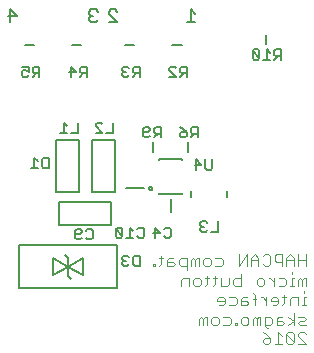
<source format=gbo>
G75*
%MOIN*%
%OFA0B0*%
%FSLAX25Y25*%
%IPPOS*%
%LPD*%
%AMOC8*
5,1,8,0,0,1.08239X$1,22.5*
%
%ADD10C,0.00400*%
%ADD11C,0.00600*%
%ADD12C,0.00800*%
%ADD13C,0.00500*%
%ADD14C,0.00787*%
D10*
X0070842Y0051456D02*
X0071497Y0051456D01*
X0071497Y0052112D01*
X0070842Y0052112D01*
X0070842Y0051456D01*
X0072844Y0051456D02*
X0073500Y0052112D01*
X0073500Y0054734D01*
X0074156Y0054079D02*
X0072844Y0054079D01*
X0075521Y0053423D02*
X0075521Y0051456D01*
X0077488Y0051456D01*
X0078143Y0052112D01*
X0077488Y0052767D01*
X0075521Y0052767D01*
X0075521Y0053423D02*
X0076176Y0054079D01*
X0077488Y0054079D01*
X0079508Y0053423D02*
X0079508Y0052112D01*
X0080164Y0051456D01*
X0082131Y0051456D01*
X0082131Y0050145D02*
X0082131Y0054079D01*
X0080164Y0054079D01*
X0079508Y0053423D01*
X0083496Y0053423D02*
X0083496Y0051456D01*
X0084807Y0051456D02*
X0084807Y0053423D01*
X0084152Y0054079D01*
X0083496Y0053423D01*
X0084807Y0053423D02*
X0085463Y0054079D01*
X0086119Y0054079D01*
X0086119Y0051456D01*
X0087484Y0052112D02*
X0087484Y0053423D01*
X0088139Y0054079D01*
X0089451Y0054079D01*
X0090106Y0053423D01*
X0090106Y0052112D01*
X0089451Y0051456D01*
X0088139Y0051456D01*
X0087484Y0052112D01*
X0088786Y0048238D02*
X0088786Y0045616D01*
X0088130Y0044960D01*
X0086783Y0045616D02*
X0086783Y0046927D01*
X0086128Y0047583D01*
X0084816Y0047583D01*
X0084161Y0046927D01*
X0084161Y0045616D01*
X0084816Y0044960D01*
X0086128Y0044960D01*
X0086783Y0045616D01*
X0088130Y0047583D02*
X0089442Y0047583D01*
X0090789Y0047583D02*
X0092100Y0047583D01*
X0091444Y0048238D02*
X0091444Y0045616D01*
X0090789Y0044960D01*
X0093465Y0044960D02*
X0093465Y0047583D01*
X0093465Y0044960D02*
X0095432Y0044960D01*
X0096088Y0045616D01*
X0096088Y0047583D01*
X0097453Y0046927D02*
X0097453Y0045616D01*
X0098108Y0044960D01*
X0100075Y0044960D01*
X0100075Y0048894D01*
X0100075Y0047583D02*
X0098108Y0047583D01*
X0097453Y0046927D01*
X0099447Y0051456D02*
X0099447Y0055390D01*
X0102069Y0055390D02*
X0099447Y0051456D01*
X0102069Y0051456D02*
X0102069Y0055390D01*
X0103434Y0054079D02*
X0103434Y0051456D01*
X0106057Y0051456D02*
X0106057Y0054079D01*
X0104746Y0055390D01*
X0103434Y0054079D01*
X0103434Y0053423D02*
X0106057Y0053423D01*
X0107422Y0054734D02*
X0108078Y0055390D01*
X0109389Y0055390D01*
X0110045Y0054734D01*
X0110045Y0052112D01*
X0109389Y0051456D01*
X0108078Y0051456D01*
X0107422Y0052112D01*
X0111410Y0053423D02*
X0112065Y0052767D01*
X0114032Y0052767D01*
X0114032Y0051456D02*
X0114032Y0055390D01*
X0112065Y0055390D01*
X0111410Y0054734D01*
X0111410Y0053423D01*
X0115397Y0053423D02*
X0118020Y0053423D01*
X0118020Y0054079D02*
X0116709Y0055390D01*
X0115397Y0054079D01*
X0115397Y0051456D01*
X0118020Y0051456D02*
X0118020Y0054079D01*
X0119385Y0053423D02*
X0122008Y0053423D01*
X0122008Y0051456D02*
X0122008Y0055390D01*
X0119385Y0055390D02*
X0119385Y0051456D01*
X0117364Y0049550D02*
X0117364Y0048894D01*
X0117364Y0047583D02*
X0117364Y0044960D01*
X0116709Y0044960D02*
X0118020Y0044960D01*
X0119385Y0044960D02*
X0119385Y0046927D01*
X0120041Y0047583D01*
X0120696Y0046927D01*
X0120696Y0044960D01*
X0122008Y0044960D02*
X0122008Y0047583D01*
X0121352Y0047583D01*
X0120696Y0046927D01*
X0118020Y0047583D02*
X0117364Y0047583D01*
X0115361Y0046927D02*
X0115361Y0045616D01*
X0114706Y0044960D01*
X0112739Y0044960D01*
X0111374Y0044960D02*
X0111374Y0047583D01*
X0111374Y0046271D02*
X0110062Y0047583D01*
X0109407Y0047583D01*
X0108051Y0046927D02*
X0108051Y0045616D01*
X0107395Y0044960D01*
X0106084Y0044960D01*
X0105428Y0045616D01*
X0105428Y0046927D01*
X0106084Y0047583D01*
X0107395Y0047583D01*
X0108051Y0046927D01*
X0112739Y0047583D02*
X0114706Y0047583D01*
X0115361Y0046927D01*
X0114706Y0041742D02*
X0114706Y0039119D01*
X0114050Y0038464D01*
X0112703Y0039119D02*
X0112703Y0040431D01*
X0112047Y0041086D01*
X0110736Y0041086D01*
X0110080Y0040431D01*
X0110080Y0039775D01*
X0112703Y0039775D01*
X0112703Y0039119D02*
X0112047Y0038464D01*
X0110736Y0038464D01*
X0108715Y0038464D02*
X0108715Y0041086D01*
X0108715Y0039775D02*
X0107404Y0041086D01*
X0106748Y0041086D01*
X0105392Y0040431D02*
X0104081Y0040431D01*
X0104737Y0041742D02*
X0104081Y0042398D01*
X0104737Y0041742D02*
X0104737Y0038464D01*
X0102734Y0039119D02*
X0102078Y0039775D01*
X0100111Y0039775D01*
X0100111Y0040431D02*
X0100111Y0038464D01*
X0102078Y0038464D01*
X0102734Y0039119D01*
X0102078Y0041086D02*
X0100767Y0041086D01*
X0100111Y0040431D01*
X0098746Y0040431D02*
X0098746Y0039119D01*
X0098091Y0038464D01*
X0096124Y0038464D01*
X0094759Y0039119D02*
X0094759Y0040431D01*
X0094103Y0041086D01*
X0092792Y0041086D01*
X0092136Y0040431D01*
X0092136Y0039775D01*
X0094759Y0039775D01*
X0094759Y0039119D02*
X0094103Y0038464D01*
X0092792Y0038464D01*
X0096124Y0041086D02*
X0098091Y0041086D01*
X0098746Y0040431D01*
X0100767Y0034590D02*
X0102078Y0034590D01*
X0102734Y0033935D01*
X0102734Y0032623D01*
X0102078Y0031968D01*
X0100767Y0031968D01*
X0100111Y0032623D01*
X0100111Y0033935D01*
X0100767Y0034590D01*
X0098746Y0032623D02*
X0098091Y0032623D01*
X0098091Y0031968D01*
X0098746Y0031968D01*
X0098746Y0032623D01*
X0096752Y0032623D02*
X0096097Y0031968D01*
X0094130Y0031968D01*
X0092765Y0032623D02*
X0092765Y0033935D01*
X0092109Y0034590D01*
X0090798Y0034590D01*
X0090142Y0033935D01*
X0090142Y0032623D01*
X0090798Y0031968D01*
X0092109Y0031968D01*
X0092765Y0032623D01*
X0094130Y0034590D02*
X0096097Y0034590D01*
X0096752Y0033935D01*
X0096752Y0032623D01*
X0104099Y0031968D02*
X0104099Y0033935D01*
X0104755Y0034590D01*
X0105410Y0033935D01*
X0105410Y0031968D01*
X0106722Y0031968D02*
X0106722Y0034590D01*
X0106066Y0034590D01*
X0105410Y0033935D01*
X0108087Y0034590D02*
X0108087Y0031312D01*
X0108742Y0030656D01*
X0109398Y0030656D01*
X0110054Y0031968D02*
X0108087Y0031968D01*
X0110054Y0031968D02*
X0110709Y0032623D01*
X0110709Y0033935D01*
X0110054Y0034590D01*
X0108087Y0034590D01*
X0112074Y0033935D02*
X0112074Y0031968D01*
X0114041Y0031968D01*
X0114697Y0032623D01*
X0114041Y0033279D01*
X0112074Y0033279D01*
X0112074Y0033935D02*
X0112730Y0034590D01*
X0114041Y0034590D01*
X0116053Y0034590D02*
X0118020Y0033279D01*
X0116053Y0031968D01*
X0118020Y0031968D02*
X0118020Y0035902D01*
X0119385Y0034590D02*
X0121352Y0034590D01*
X0122008Y0033935D01*
X0121352Y0033279D01*
X0120041Y0033279D01*
X0119385Y0032623D01*
X0120041Y0031968D01*
X0122008Y0031968D01*
X0121352Y0029406D02*
X0122008Y0028750D01*
X0121352Y0029406D02*
X0120041Y0029406D01*
X0119385Y0028750D01*
X0119385Y0028094D01*
X0122008Y0025472D01*
X0119385Y0025472D01*
X0118020Y0026127D02*
X0115397Y0028750D01*
X0115397Y0026127D01*
X0116053Y0025472D01*
X0117364Y0025472D01*
X0118020Y0026127D01*
X0118020Y0028750D01*
X0117364Y0029406D01*
X0116053Y0029406D01*
X0115397Y0028750D01*
X0114032Y0028094D02*
X0112721Y0029406D01*
X0112721Y0025472D01*
X0114032Y0025472D02*
X0111410Y0025472D01*
X0110045Y0026127D02*
X0110045Y0027439D01*
X0108078Y0027439D01*
X0107422Y0026783D01*
X0107422Y0026127D01*
X0108078Y0025472D01*
X0109389Y0025472D01*
X0110045Y0026127D01*
X0110045Y0027439D02*
X0108733Y0028750D01*
X0107422Y0029406D01*
X0116726Y0038464D02*
X0116726Y0040431D01*
X0117382Y0041086D01*
X0119349Y0041086D01*
X0119349Y0038464D01*
X0120696Y0038464D02*
X0122008Y0038464D01*
X0121352Y0038464D02*
X0121352Y0041086D01*
X0122008Y0041086D01*
X0121352Y0042398D02*
X0121352Y0043054D01*
X0115361Y0041086D02*
X0114050Y0041086D01*
X0094094Y0052112D02*
X0093438Y0051456D01*
X0091471Y0051456D01*
X0091471Y0054079D02*
X0093438Y0054079D01*
X0094094Y0053423D01*
X0094094Y0052112D01*
X0082796Y0047583D02*
X0082796Y0044960D01*
X0082796Y0047583D02*
X0080829Y0047583D01*
X0080173Y0046927D01*
X0080173Y0044960D01*
X0086810Y0034590D02*
X0086154Y0033935D01*
X0086154Y0031968D01*
X0087466Y0031968D02*
X0087466Y0033935D01*
X0086810Y0034590D01*
X0087466Y0033935D02*
X0088121Y0034590D01*
X0088777Y0034590D01*
X0088777Y0031968D01*
D11*
X0084919Y0132855D02*
X0082167Y0132855D01*
X0083543Y0132855D02*
X0083543Y0136983D01*
X0084919Y0135607D01*
X0058915Y0136295D02*
X0058227Y0136983D01*
X0056851Y0136983D01*
X0056163Y0136295D01*
X0056163Y0135607D01*
X0058915Y0132855D01*
X0056163Y0132855D01*
X0052439Y0133543D02*
X0051751Y0132855D01*
X0050375Y0132855D01*
X0049687Y0133543D01*
X0049687Y0134231D01*
X0050375Y0134919D01*
X0051063Y0134919D01*
X0050375Y0134919D02*
X0049687Y0135607D01*
X0049687Y0136295D01*
X0050375Y0136983D01*
X0051751Y0136983D01*
X0052439Y0136295D01*
X0025451Y0134919D02*
X0022699Y0134919D01*
X0023387Y0132855D02*
X0023387Y0136983D01*
X0025451Y0134919D01*
D12*
X0026078Y0043972D02*
X0058889Y0043972D01*
X0058889Y0058539D01*
X0026078Y0058539D01*
X0026078Y0043972D01*
X0039727Y0065102D02*
X0039727Y0072843D01*
X0057050Y0072843D01*
X0057050Y0065102D01*
X0039727Y0065102D01*
X0038613Y0076059D02*
X0046353Y0076059D01*
X0046353Y0093382D01*
X0038613Y0093382D01*
X0038613Y0076059D01*
X0050424Y0076059D02*
X0058164Y0076059D01*
X0058164Y0093382D01*
X0050424Y0093382D01*
X0050424Y0076059D01*
D13*
X0050206Y0063804D02*
X0049060Y0063804D01*
X0048486Y0063231D01*
X0047154Y0063231D02*
X0047154Y0062657D01*
X0046581Y0062084D01*
X0044861Y0062084D01*
X0044861Y0060937D02*
X0044861Y0063231D01*
X0045434Y0063804D01*
X0046581Y0063804D01*
X0047154Y0063231D01*
X0047154Y0060937D02*
X0046581Y0060364D01*
X0045434Y0060364D01*
X0044861Y0060937D01*
X0048486Y0060937D02*
X0049060Y0060364D01*
X0050206Y0060364D01*
X0050780Y0060937D01*
X0050780Y0063231D01*
X0050206Y0063804D01*
X0058438Y0063664D02*
X0058438Y0061371D01*
X0059011Y0060797D01*
X0060158Y0060797D01*
X0060731Y0061371D01*
X0058438Y0063664D01*
X0059011Y0064237D01*
X0060158Y0064237D01*
X0060731Y0063664D01*
X0060731Y0061371D01*
X0062063Y0060797D02*
X0064356Y0060797D01*
X0063209Y0060797D02*
X0063209Y0064237D01*
X0064356Y0063091D01*
X0065688Y0063664D02*
X0066261Y0064237D01*
X0067408Y0064237D01*
X0067981Y0063664D01*
X0067981Y0061371D01*
X0067408Y0060797D01*
X0066261Y0060797D01*
X0065688Y0061371D01*
X0066528Y0054946D02*
X0064808Y0054946D01*
X0064234Y0054373D01*
X0064234Y0052079D01*
X0064808Y0051506D01*
X0066528Y0051506D01*
X0066528Y0054946D01*
X0062902Y0054373D02*
X0062329Y0054946D01*
X0061182Y0054946D01*
X0060609Y0054373D01*
X0060609Y0053799D01*
X0061182Y0053226D01*
X0060609Y0052653D01*
X0060609Y0052079D01*
X0061182Y0051506D01*
X0062329Y0051506D01*
X0062902Y0052079D01*
X0061756Y0053226D02*
X0061182Y0053226D01*
X0071494Y0060797D02*
X0071494Y0064237D01*
X0073214Y0062517D01*
X0070921Y0062517D01*
X0074546Y0061371D02*
X0075120Y0060797D01*
X0076266Y0060797D01*
X0076839Y0061371D01*
X0076839Y0063664D01*
X0076266Y0064237D01*
X0075120Y0064237D01*
X0074546Y0063664D01*
X0076775Y0069327D02*
X0076775Y0073657D01*
X0072838Y0075429D02*
X0080712Y0075429D01*
X0080712Y0075823D01*
X0072838Y0075823D02*
X0072838Y0075429D01*
X0069525Y0077398D02*
X0069527Y0077445D01*
X0069533Y0077491D01*
X0069542Y0077537D01*
X0069556Y0077581D01*
X0069573Y0077625D01*
X0069594Y0077666D01*
X0069618Y0077706D01*
X0069645Y0077744D01*
X0069676Y0077779D01*
X0069709Y0077812D01*
X0069745Y0077842D01*
X0069784Y0077868D01*
X0069824Y0077892D01*
X0069866Y0077911D01*
X0069910Y0077928D01*
X0069955Y0077940D01*
X0070001Y0077949D01*
X0070047Y0077954D01*
X0070094Y0077955D01*
X0070140Y0077952D01*
X0070186Y0077945D01*
X0070232Y0077934D01*
X0070276Y0077920D01*
X0070319Y0077902D01*
X0070360Y0077880D01*
X0070400Y0077855D01*
X0070437Y0077827D01*
X0070472Y0077796D01*
X0070504Y0077762D01*
X0070533Y0077725D01*
X0070558Y0077687D01*
X0070581Y0077646D01*
X0070600Y0077603D01*
X0070615Y0077559D01*
X0070627Y0077514D01*
X0070635Y0077468D01*
X0070639Y0077421D01*
X0070639Y0077375D01*
X0070635Y0077328D01*
X0070627Y0077282D01*
X0070615Y0077237D01*
X0070600Y0077193D01*
X0070581Y0077150D01*
X0070558Y0077109D01*
X0070533Y0077071D01*
X0070504Y0077034D01*
X0070472Y0077000D01*
X0070437Y0076969D01*
X0070400Y0076941D01*
X0070361Y0076916D01*
X0070319Y0076894D01*
X0070276Y0076876D01*
X0070232Y0076862D01*
X0070186Y0076851D01*
X0070140Y0076844D01*
X0070094Y0076841D01*
X0070047Y0076842D01*
X0070001Y0076847D01*
X0069955Y0076856D01*
X0069910Y0076868D01*
X0069866Y0076885D01*
X0069824Y0076904D01*
X0069784Y0076928D01*
X0069745Y0076954D01*
X0069709Y0076984D01*
X0069676Y0077017D01*
X0069645Y0077052D01*
X0069618Y0077090D01*
X0069594Y0077130D01*
X0069573Y0077171D01*
X0069556Y0077215D01*
X0069542Y0077259D01*
X0069533Y0077305D01*
X0069527Y0077351D01*
X0069525Y0077398D01*
X0067916Y0077398D02*
X0062011Y0077398D01*
X0072838Y0086846D02*
X0072838Y0087240D01*
X0080712Y0087240D01*
X0080712Y0086846D01*
X0082680Y0089602D02*
X0082680Y0092752D01*
X0083450Y0094380D02*
X0084597Y0095527D01*
X0084023Y0095527D02*
X0085743Y0095527D01*
X0085743Y0094380D02*
X0085743Y0097820D01*
X0084023Y0097820D01*
X0083450Y0097247D01*
X0083450Y0096100D01*
X0084023Y0095527D01*
X0082118Y0096100D02*
X0080398Y0096100D01*
X0079825Y0095527D01*
X0079825Y0094953D01*
X0080398Y0094380D01*
X0081545Y0094380D01*
X0082118Y0094953D01*
X0082118Y0096100D01*
X0080972Y0097247D01*
X0079825Y0097820D01*
X0073572Y0097820D02*
X0073572Y0094380D01*
X0073572Y0095527D02*
X0071852Y0095527D01*
X0071278Y0096100D01*
X0071278Y0097247D01*
X0071852Y0097820D01*
X0073572Y0097820D01*
X0072425Y0095527D02*
X0071278Y0094380D01*
X0069947Y0094953D02*
X0069373Y0094380D01*
X0068227Y0094380D01*
X0067653Y0094953D01*
X0067653Y0097247D01*
X0068227Y0097820D01*
X0069373Y0097820D01*
X0069947Y0097247D01*
X0069947Y0096673D01*
X0069373Y0096100D01*
X0067653Y0096100D01*
X0070869Y0092752D02*
X0070869Y0089602D01*
X0084746Y0085273D02*
X0087039Y0085273D01*
X0085319Y0086993D01*
X0085319Y0083553D01*
X0088371Y0084126D02*
X0088371Y0086993D01*
X0090665Y0086993D02*
X0090665Y0084126D01*
X0090091Y0083553D01*
X0088945Y0083553D01*
X0088371Y0084126D01*
X0088435Y0066324D02*
X0087288Y0066324D01*
X0086715Y0065750D01*
X0086715Y0065177D01*
X0087288Y0064604D01*
X0086715Y0064030D01*
X0086715Y0063457D01*
X0087288Y0062884D01*
X0088435Y0062884D01*
X0089008Y0063457D01*
X0090340Y0062884D02*
X0092633Y0062884D01*
X0092633Y0066324D01*
X0089008Y0065750D02*
X0088435Y0066324D01*
X0087861Y0064604D02*
X0087288Y0064604D01*
X0057669Y0095797D02*
X0055376Y0095797D01*
X0054044Y0095797D02*
X0051751Y0098091D01*
X0051751Y0098664D01*
X0052324Y0099237D01*
X0053471Y0099237D01*
X0054044Y0098664D01*
X0054044Y0095797D02*
X0051751Y0095797D01*
X0045858Y0095797D02*
X0043565Y0095797D01*
X0042233Y0095797D02*
X0039940Y0095797D01*
X0041087Y0095797D02*
X0041087Y0099237D01*
X0042233Y0098091D01*
X0045858Y0099237D02*
X0045858Y0095797D01*
X0036095Y0087505D02*
X0034375Y0087505D01*
X0033801Y0086932D01*
X0033801Y0084638D01*
X0034375Y0084065D01*
X0036095Y0084065D01*
X0036095Y0087505D01*
X0032469Y0086358D02*
X0031323Y0087505D01*
X0031323Y0084065D01*
X0032469Y0084065D02*
X0030176Y0084065D01*
X0041483Y0055256D02*
X0042483Y0054256D01*
X0042546Y0054193D02*
X0042546Y0051256D01*
X0047420Y0054193D01*
X0047420Y0048319D01*
X0042546Y0051256D01*
X0042546Y0048319D01*
X0042583Y0048256D02*
X0043483Y0047256D01*
X0042420Y0051256D02*
X0037546Y0048319D01*
X0037520Y0048319D02*
X0037520Y0054193D01*
X0037546Y0054193D02*
X0042420Y0051256D01*
X0057669Y0095797D02*
X0057669Y0099237D01*
X0061183Y0114498D02*
X0062329Y0114498D01*
X0062902Y0115071D01*
X0064234Y0114498D02*
X0065381Y0115645D01*
X0064808Y0115645D02*
X0066528Y0115645D01*
X0066528Y0114498D02*
X0066528Y0117938D01*
X0064808Y0117938D01*
X0064234Y0117365D01*
X0064234Y0116218D01*
X0064808Y0115645D01*
X0062902Y0117365D02*
X0062329Y0117938D01*
X0061183Y0117938D01*
X0060609Y0117365D01*
X0060609Y0116791D01*
X0061183Y0116218D01*
X0060609Y0115645D01*
X0060609Y0115071D01*
X0061183Y0114498D01*
X0061183Y0116218D02*
X0061756Y0116218D01*
X0061578Y0125075D02*
X0064727Y0125075D01*
X0076357Y0117365D02*
X0076931Y0117938D01*
X0078077Y0117938D01*
X0078651Y0117365D01*
X0079982Y0117365D02*
X0079982Y0116218D01*
X0080556Y0115645D01*
X0082276Y0115645D01*
X0082276Y0114498D02*
X0082276Y0117938D01*
X0080556Y0117938D01*
X0079982Y0117365D01*
X0081129Y0115645D02*
X0079982Y0114498D01*
X0078651Y0114498D02*
X0076357Y0116791D01*
X0076357Y0117365D01*
X0076357Y0114498D02*
X0078651Y0114498D01*
X0077326Y0125075D02*
X0080475Y0125075D01*
X0104072Y0123073D02*
X0104072Y0120780D01*
X0104646Y0120207D01*
X0105792Y0120207D01*
X0106366Y0120780D01*
X0104072Y0123073D01*
X0104646Y0123647D01*
X0105792Y0123647D01*
X0106366Y0123073D01*
X0106366Y0120780D01*
X0107697Y0120207D02*
X0109991Y0120207D01*
X0108844Y0120207D02*
X0108844Y0123647D01*
X0109991Y0122500D01*
X0111322Y0123073D02*
X0111322Y0121927D01*
X0111896Y0121353D01*
X0113616Y0121353D01*
X0113616Y0120207D02*
X0113616Y0123647D01*
X0111896Y0123647D01*
X0111322Y0123073D01*
X0112469Y0121353D02*
X0111322Y0120207D01*
X0108428Y0125469D02*
X0108428Y0128618D01*
X0048811Y0117938D02*
X0048811Y0114498D01*
X0048811Y0115645D02*
X0047091Y0115645D01*
X0046518Y0116218D01*
X0046518Y0117365D01*
X0047091Y0117938D01*
X0048811Y0117938D01*
X0047664Y0115645D02*
X0046518Y0114498D01*
X0045186Y0116218D02*
X0042893Y0116218D01*
X0043466Y0114498D02*
X0043466Y0117938D01*
X0045186Y0116218D01*
X0043861Y0125075D02*
X0047011Y0125075D01*
X0033063Y0117938D02*
X0033063Y0114498D01*
X0033063Y0115645D02*
X0031343Y0115645D01*
X0030770Y0116218D01*
X0030770Y0117365D01*
X0031343Y0117938D01*
X0033063Y0117938D01*
X0031916Y0115645D02*
X0030770Y0114498D01*
X0029438Y0115071D02*
X0028865Y0114498D01*
X0027718Y0114498D01*
X0027145Y0115071D01*
X0027145Y0116218D01*
X0027718Y0116791D01*
X0028291Y0116791D01*
X0029438Y0116218D01*
X0029438Y0117938D01*
X0027145Y0117938D01*
X0028113Y0125075D02*
X0031263Y0125075D01*
D14*
X0083664Y0076413D02*
X0083664Y0074445D01*
X0095475Y0074445D02*
X0095475Y0076413D01*
M02*

</source>
